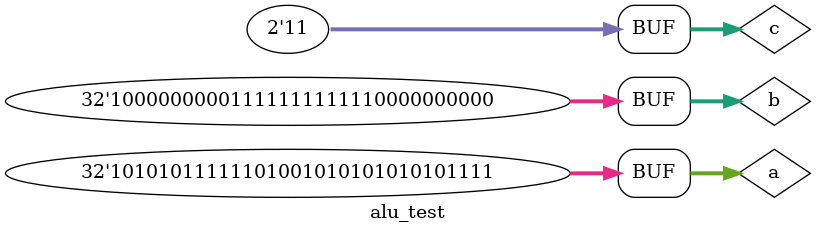
<source format=v>
`timescale 1ns / 1ps


module alu_test;

	// Inputs
	reg [31:0]a;
	reg [31:0]b;
	reg [1:0]c;

	// Outputs
	wire [31:0]y;

	// Instantiate the Unit Under Test (UUT)
	alu uut (
		.a(a), 
		.b(b),
		.c(c), 
		.y(y)
	);

	initial begin
		// Initialize Inputs
		$dumpfile("alu_test.vcd");
     	$dumpvars(0,alu_test);
		
		 a = 32'b00101111000001001001000110000001;
		 b = 32'b01000000011100001100010001110001;
       		 c=00;
	 
	#40; 	a = 32'b10000000000000000000000001100010;
		b = 32'b00110011111111100011011110000011;	
	
	#40; 	a = 32'b00000000000000000000000000000010;
		b = 32'b11111111111111111111111111111111;
	 		

	 #40;  a = 32'b10101011111101001010101010101111;
		b = 32'b10000000001111111111110000000000;
	 #40;
	
	       a = 32'b00101111000001001001000110000001;
                 b = 32'b01000000011100001100010001110001;
                 c=01;

        #40;   a = 32'b10000000000000000000000001100010;
                b = 32'b00110011111111100011011110000011;

        #40;   a = 32'b00000000000000000000000000000010;
                b = 32'b11111111111111111111111111111111;


         #40;  a = 32'b10101011111101001010101010101111;
                b = 32'b10000000001111111111110000000000;
         #40;
		a = 32'b00101111000001001001000110000001;
                 b = 32'b01000000011100001100010001110001;
                 c=10;

        #40;   a = 32'b10000000000000000000000001100010;
                b = 32'b00110011111111100011011110000011;

        #40;   a = 32'b00000000000000000000000000000010;
                b = 32'b11111111111111111111111111111111;


         #40;  a = 32'b10101011111101001010101010101111;
                b = 32'b10000000001111111111110000000000;
         #40;
		a = 32'b00101111000001001001000110000001;
                 b = 32'b01000000011100001100010001110001;
                 c=11;

        #40;   a = 32'b10000000000000000000000001100010;
                b = 32'b00110011111111100011011110000011;

        #40;   a = 32'b00000000000000000000000000000010;
                b = 32'b11111111111111111111111111111111;


         #40;  a = 32'b10101011111101001010101010101111;
                b = 32'b10000000001111111111110000000000;
         #40;

	end
		initial begin 
		$monitor("a=%b b=%b y=%b c=%b\n",a,b,y, c);
		end
      
endmodule


</source>
